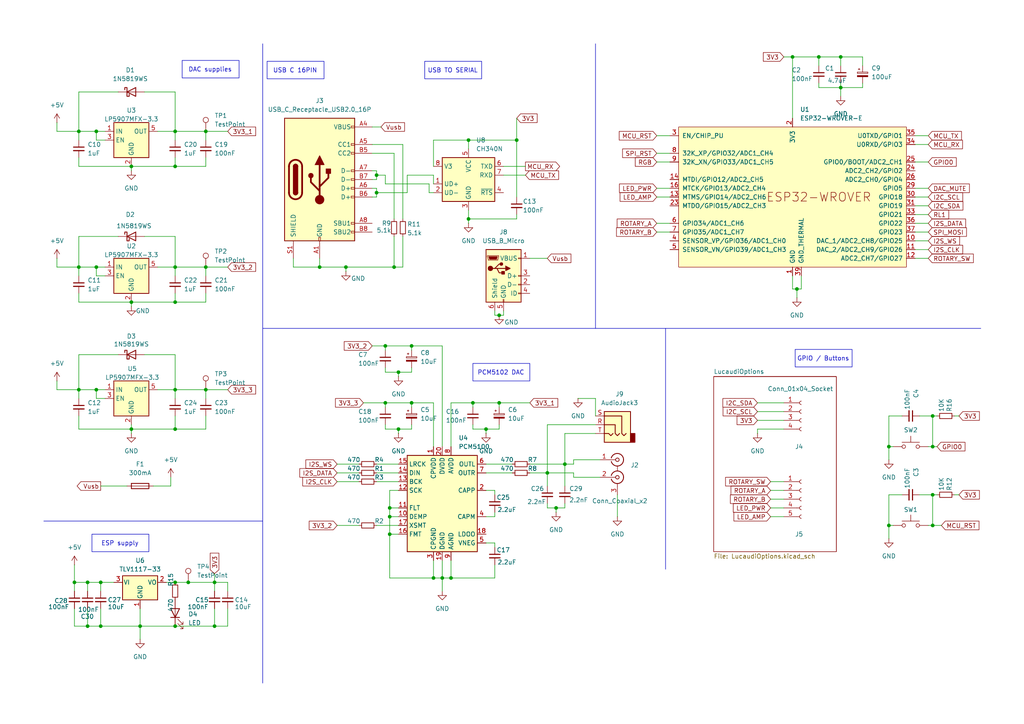
<source format=kicad_sch>
(kicad_sch (version 20231120) (generator "eeschema") (generator_version "8.0")
  (paper "A4")
  (title_block (title "LucaudioESP32") (date "2024-06-14") (rev "0.a") (comment 1 "Esp32 board running squeezelite for audio streaming"))
  (junction (at 62.23 168.91))
  (junction (at 50.8 181.61))
  (junction (at 38.1 48.26))
  (junction (at 111.76 116.84))
  (junction (at 59.69 38.1))
  (junction (at 128.27 167.64))
  (junction (at 130.81 167.64))
  (junction (at 50.8 48.26))
  (junction (at 113.03 149.86))
  (junction (at 100.33 77.47))
  (junction (at 54.61 168.91))
  (junction (at 109.22 55.88))
  (junction (at 144.78 91.44))
  (junction (at 22.86 113.03))
  (junction (at 229.87 16.51))
  (junction (at 25.4 168.91))
  (junction (at 50.8 124.46))
  (junction (at 270.51 120.65))
  (junction (at 21.59 168.91))
  (junction (at 50.8 77.47))
  (junction (at 158.75 137.16))
  (junction (at 137.16 116.84))
  (junction (at 50.8 113.03))
  (junction (at 270.51 129.54))
  (junction (at 27.94 113.03))
  (junction (at 38.1 124.46))
  (junction (at 119.38 116.84))
  (junction (at 243.84 16.51))
  (junction (at 59.69 77.47))
  (junction (at 62.23 181.61))
  (junction (at 111.76 100.33))
  (junction (at 161.29 147.32))
  (junction (at 59.69 113.03))
  (junction (at 115.57 107.95))
  (junction (at 40.64 181.61))
  (junction (at 29.21 181.61))
  (junction (at 125.73 167.64))
  (junction (at 149.86 40.64))
  (junction (at 243.84 25.4))
  (junction (at 119.38 100.33))
  (junction (at 257.81 152.4))
  (junction (at 109.22 50.8))
  (junction (at 270.51 152.4))
  (junction (at 92.71 77.47))
  (junction (at 27.94 77.47))
  (junction (at 113.03 147.32))
  (junction (at 257.81 129.54))
  (junction (at 50.8 87.63))
  (junction (at 270.51 143.51))
  (junction (at 115.57 124.46))
  (junction (at 113.03 154.94))
  (junction (at 22.86 77.47))
  (junction (at 114.3 77.47))
  (junction (at 22.86 38.1))
  (junction (at 50.8 38.1))
  (junction (at 38.1 87.63))
  (junction (at 27.94 38.1))
  (junction (at 50.8 168.91))
  (junction (at 144.78 116.84))
  (junction (at 135.89 63.5))
  (junction (at 163.83 134.62))
  (junction (at 237.49 16.51))
  (junction (at 29.21 168.91))
  (junction (at 25.4 181.61))
  (junction (at 135.89 40.64))
  (junction (at 231.14 83.82))
  (junction (at 140.97 124.46))
  (wire (pts (xy 29.21 181.61) (xy 25.4 181.61)))
  (wire (pts (xy 243.84 16.51) (xy 237.49 16.51)))
  (wire (pts (xy 265.43 54.61) (xy 269.24 54.61)))
  (wire (pts (xy 143.51 157.48) (xy 143.51 158.75)))
  (wire (pts (xy 144.78 123.19) (xy 144.78 124.46)))
  (wire (pts (xy 29.21 140.97) (xy 36.83 140.97)))
  (wire (pts (xy 237.49 19.05) (xy 237.49 16.51)))
  (wire (pts (xy 107.95 54.61) (xy 109.22 54.61)))
  (wire (pts (xy 50.8 68.58) (xy 50.8 77.47)))
  (wire (pts (xy 119.38 116.84) (xy 119.38 118.11)))
  (wire (pts (xy 34.29 26.67) (xy 22.86 26.67)))
  (wire (pts (xy 173.99 138.43) (xy 166.37 138.43)))
  (wire (pts (xy 66.04 168.91) (xy 66.04 171.45)))
  (wire (pts (xy 85.09 77.47) (xy 92.71 77.47)))
  (wire (pts (xy 190.5 44.45) (xy 194.31 44.45)))
  (wire (pts (xy 158.75 137.16) (xy 166.37 137.16)))
  (wire (pts (xy 109.22 137.16) (xy 115.57 137.16)))
  (wire (pts (xy 137.16 123.19) (xy 137.16 124.46)))
  (wire (pts (xy 30.48 40.64) (xy 27.94 40.64)))
  (wire (pts (xy 140.97 137.16) (xy 148.59 137.16)))
  (wire (pts (xy 265.43 39.37) (xy 269.24 39.37)))
  (wire (pts (xy 227.33 149.86) (xy 223.52 149.86)))
  (wire (pts (xy 111.76 53.34) (xy 124.46 53.34)))
  (wire (pts (xy 119.38 107.95) (xy 115.57 107.95)))
  (wire (pts (xy 27.94 80.01) (xy 27.94 77.47)))
  (wire (pts (xy 190.5 46.99) (xy 194.31 46.99)))
  (wire (pts (xy 38.1 124.46) (xy 38.1 125.73)))
  (wire (pts (xy 149.86 63.5) (xy 135.89 63.5)))
  (wire (pts (xy 137.16 116.84) (xy 130.81 116.84)))
  (wire (pts (xy 153.67 134.62) (xy 163.83 134.62)))
  (wire (pts (xy 114.3 68.58) (xy 114.3 77.47)))
  (wire (pts (xy 50.8 26.67) (xy 50.8 38.1)))
  (polyline (pts (xy 172.72 12.7) (xy 172.72 95.25)))
  (wire (pts (xy 113.03 149.86) (xy 113.03 147.32)))
  (wire (pts (xy 29.21 168.91) (xy 25.4 168.91)))
  (wire (pts (xy 34.29 68.58) (xy 22.86 68.58)))
  (wire (pts (xy 59.69 120.65) (xy 59.69 124.46)))
  (wire (pts (xy 257.81 152.4) (xy 259.08 152.4)))
  (wire (pts (xy 237.49 24.13) (xy 237.49 25.4)))
  (wire (pts (xy 128.27 100.33) (xy 128.27 129.54)))
  (wire (pts (xy 59.69 115.57) (xy 59.69 113.03)))
  (wire (pts (xy 153.67 116.84) (xy 144.78 116.84)))
  (wire (pts (xy 22.86 48.26) (xy 38.1 48.26)))
  (wire (pts (xy 41.91 26.67) (xy 50.8 26.67)))
  (wire (pts (xy 66.04 176.53) (xy 66.04 181.61)))
  (wire (pts (xy 40.64 181.61) (xy 50.8 181.61)))
  (wire (pts (xy 59.69 45.72) (xy 59.69 48.26)))
  (wire (pts (xy 135.89 60.96) (xy 135.89 63.5)))
  (wire (pts (xy 219.71 124.46) (xy 227.33 124.46)))
  (wire (pts (xy 144.78 116.84) (xy 137.16 116.84)))
  (wire (pts (xy 22.86 45.72) (xy 22.86 48.26)))
  (wire (pts (xy 229.87 16.51) (xy 229.87 34.29)))
  (wire (pts (xy 243.84 24.13) (xy 243.84 25.4)))
  (wire (pts (xy 143.51 163.83) (xy 143.51 167.64)))
  (wire (pts (xy 50.8 48.26) (xy 50.8 45.72)))
  (wire (pts (xy 97.79 139.7) (xy 104.14 139.7)))
  (wire (pts (xy 54.61 168.91) (xy 62.23 168.91)))
  (wire (pts (xy 172.72 125.73) (xy 163.83 125.73)))
  (wire (pts (xy 59.69 40.64) (xy 59.69 38.1)))
  (wire (pts (xy 237.49 25.4) (xy 243.84 25.4)))
  (wire (pts (xy 232.41 80.01) (xy 232.41 83.82)))
  (wire (pts (xy 143.51 148.59) (xy 143.51 149.86)))
  (wire (pts (xy 111.76 116.84) (xy 111.76 118.11)))
  (wire (pts (xy 130.81 116.84) (xy 130.81 129.54)))
  (wire (pts (xy 115.57 125.73) (xy 115.57 124.46)))
  (wire (pts (xy 143.51 142.24) (xy 140.97 142.24)))
  (wire (pts (xy 59.69 38.1) (xy 66.04 38.1)))
  (wire (pts (xy 109.22 55.88) (xy 109.22 57.15)))
  (wire (pts (xy 144.78 91.44) (xy 143.51 91.44)))
  (wire (pts (xy 231.14 83.82) (xy 231.14 86.36)))
  (wire (pts (xy 250.19 19.05) (xy 250.19 16.51)))
  (wire (pts (xy 44.45 140.97) (xy 49.53 140.97)))
  (wire (pts (xy 113.03 154.94) (xy 113.03 149.86)))
  (wire (pts (xy 29.21 168.91) (xy 29.21 171.45)))
  (wire (pts (xy 143.51 167.64) (xy 130.81 167.64)))
  (wire (pts (xy 119.38 106.68) (xy 119.38 107.95)))
  (wire (pts (xy 265.43 41.91) (xy 269.24 41.91)))
  (wire (pts (xy 265.43 57.15) (xy 269.24 57.15)))
  (wire (pts (xy 109.22 55.88) (xy 118.11 55.88)))
  (polyline (pts (xy 76.2 151.13) (xy 76.2 198.12)))
  (wire (pts (xy 125.73 167.64) (xy 128.27 167.64)))
  (wire (pts (xy 59.69 77.47) (xy 59.69 80.01)))
  (wire (pts (xy 219.71 124.46) (xy 219.71 125.73)))
  (wire (pts (xy 229.87 83.82) (xy 231.14 83.82)))
  (wire (pts (xy 30.48 80.01) (xy 27.94 80.01)))
  (wire (pts (xy 111.76 100.33) (xy 111.76 101.6)))
  (wire (pts (xy 21.59 181.61) (xy 25.4 181.61)))
  (wire (pts (xy 97.79 134.62) (xy 104.14 134.62)))
  (wire (pts (xy 41.91 68.58) (xy 50.8 68.58)))
  (wire (pts (xy 111.76 107.95) (xy 115.57 107.95)))
  (wire (pts (xy 114.3 44.45) (xy 107.95 44.45)))
  (wire (pts (xy 161.29 147.32) (xy 158.75 147.32)))
  (wire (pts (xy 257.81 120.65) (xy 257.81 129.54)))
  (wire (pts (xy 22.86 113.03) (xy 22.86 115.57)))
  (wire (pts (xy 22.86 38.1) (xy 22.86 40.64)))
  (wire (pts (xy 109.22 50.8) (xy 109.22 52.07)))
  (wire (pts (xy 135.89 63.5) (xy 135.89 64.77)))
  (wire (pts (xy 167.64 115.57) (xy 172.72 115.57)))
  (wire (pts (xy 111.76 100.33) (xy 119.38 100.33)))
  (wire (pts (xy 137.16 116.84) (xy 137.16 118.11)))
  (wire (pts (xy 166.37 138.43) (xy 166.37 137.16)))
  (wire (pts (xy 125.73 48.26) (xy 125.73 40.64)))
  (wire (pts (xy 50.8 40.64) (xy 50.8 38.1)))
  (wire (pts (xy 92.71 77.47) (xy 92.71 74.93)))
  (wire (pts (xy 172.72 115.57) (xy 172.72 120.65)))
  (wire (pts (xy 116.84 41.91) (xy 107.95 41.91)))
  (wire (pts (xy 227.33 116.84) (xy 219.71 116.84)))
  (wire (pts (xy 22.86 77.47) (xy 27.94 77.47)))
  (wire (pts (xy 161.29 148.59) (xy 161.29 147.32)))
  (wire (pts (xy 85.09 74.93) (xy 85.09 77.47)))
  (wire (pts (xy 116.84 63.5) (xy 116.84 41.91)))
  (wire (pts (xy 100.33 77.47) (xy 92.71 77.47)))
  (wire (pts (xy 50.8 87.63) (xy 38.1 87.63)))
  (wire (pts (xy 190.5 57.15) (xy 194.31 57.15)))
  (wire (pts (xy 163.83 134.62) (xy 163.83 140.97)))
  (wire (pts (xy 265.43 69.85) (xy 269.24 69.85)))
  (wire (pts (xy 109.22 52.07) (xy 107.95 52.07)))
  (wire (pts (xy 124.46 55.88) (xy 125.73 55.88)))
  (wire (pts (xy 227.33 147.32) (xy 223.52 147.32)))
  (wire (pts (xy 158.75 137.16) (xy 158.75 140.97)))
  (wire (pts (xy 49.53 138.43) (xy 49.53 140.97)))
  (wire (pts (xy 25.4 168.91) (xy 21.59 168.91)))
  (wire (pts (xy 276.86 143.51) (xy 278.13 143.51)))
  (wire (pts (xy 232.41 83.82) (xy 231.14 83.82)))
  (polyline (pts (xy 76.2 95.25) (xy 284.48 95.25)))
  (wire (pts (xy 190.5 54.61) (xy 194.31 54.61)))
  (wire (pts (xy 265.43 59.69) (xy 269.24 59.69)))
  (wire (pts (xy 270.51 120.65) (xy 270.51 129.54)))
  (wire (pts (xy 21.59 168.91) (xy 21.59 163.83)))
  (wire (pts (xy 163.83 147.32) (xy 161.29 147.32)))
  (wire (pts (xy 16.51 35.56) (xy 16.51 38.1)))
  (wire (pts (xy 109.22 134.62) (xy 115.57 134.62)))
  (wire (pts (xy 128.27 162.56) (xy 128.27 167.64)))
  (wire (pts (xy 45.72 38.1) (xy 50.8 38.1)))
  (wire (pts (xy 190.5 67.31) (xy 194.31 67.31)))
  (wire (pts (xy 22.86 87.63) (xy 38.1 87.63)))
  (wire (pts (xy 130.81 162.56) (xy 130.81 167.64)))
  (polyline (pts (xy 76.2 12.7) (xy 76.2 151.13)))
  (wire (pts (xy 50.8 77.47) (xy 59.69 77.47)))
  (wire (pts (xy 59.69 85.09) (xy 59.69 87.63)))
  (wire (pts (xy 111.76 124.46) (xy 111.76 123.19)))
  (wire (pts (xy 116.84 68.58) (xy 116.84 77.47)))
  (wire (pts (xy 109.22 49.53) (xy 109.22 50.8)))
  (wire (pts (xy 250.19 25.4) (xy 250.19 24.13)))
  (wire (pts (xy 34.29 102.87) (xy 22.86 102.87)))
  (wire (pts (xy 59.69 113.03) (xy 50.8 113.03)))
  (wire (pts (xy 119.38 116.84) (xy 125.73 116.84)))
  (wire (pts (xy 111.76 50.8) (xy 111.76 53.34)))
  (wire (pts (xy 270.51 152.4) (xy 273.05 152.4)))
  (wire (pts (xy 140.97 134.62) (xy 148.59 134.62)))
  (wire (pts (xy 113.03 142.24) (xy 113.03 147.32)))
  (wire (pts (xy 38.1 48.26) (xy 50.8 48.26)))
  (wire (pts (xy 250.19 16.51) (xy 243.84 16.51)))
  (wire (pts (xy 243.84 25.4) (xy 250.19 25.4)))
  (wire (pts (xy 261.62 120.65) (xy 257.81 120.65)))
  (wire (pts (xy 16.51 77.47) (xy 22.86 77.47)))
  (wire (pts (xy 109.22 139.7) (xy 115.57 139.7)))
  (wire (pts (xy 59.69 124.46) (xy 50.8 124.46)))
  (wire (pts (xy 270.51 143.51) (xy 271.78 143.51)))
  (wire (pts (xy 143.51 91.44) (xy 143.51 90.17)))
  (wire (pts (xy 22.86 85.09) (xy 22.86 87.63)))
  (wire (pts (xy 265.43 72.39) (xy 269.24 72.39)))
  (wire (pts (xy 22.86 38.1) (xy 27.94 38.1)))
  (wire (pts (xy 143.51 143.51) (xy 143.51 142.24)))
  (wire (pts (xy 144.78 116.84) (xy 144.78 118.11)))
  (wire (pts (xy 223.52 139.7) (xy 227.33 139.7)))
  (wire (pts (xy 115.57 142.24) (xy 113.03 142.24)))
  (wire (pts (xy 125.73 116.84) (xy 125.73 129.54)))
  (wire (pts (xy 270.51 143.51) (xy 270.51 152.4)))
  (wire (pts (xy 113.03 147.32) (xy 115.57 147.32)))
  (wire (pts (xy 50.8 38.1) (xy 59.69 38.1)))
  (polyline (pts (xy 193.04 95.25) (xy 193.04 165.1)))
  (wire (pts (xy 41.91 102.87) (xy 50.8 102.87)))
  (wire (pts (xy 107.95 49.53) (xy 109.22 49.53)))
  (wire (pts (xy 158.75 147.32) (xy 158.75 146.05)))
  (wire (pts (xy 163.83 146.05) (xy 163.83 147.32)))
  (wire (pts (xy 109.22 54.61) (xy 109.22 55.88)))
  (wire (pts (xy 113.03 167.64) (xy 125.73 167.64)))
  (wire (pts (xy 22.86 26.67) (xy 22.86 38.1)))
  (wire (pts (xy 38.1 48.26) (xy 38.1 49.53)))
  (wire (pts (xy 109.22 50.8) (xy 111.76 50.8)))
  (wire (pts (xy 109.22 152.4) (xy 115.57 152.4)))
  (wire (pts (xy 158.75 74.93) (xy 153.67 74.93)))
  (wire (pts (xy 22.86 120.65) (xy 22.86 124.46)))
  (wire (pts (xy 62.23 168.91) (xy 62.23 171.45)))
  (wire (pts (xy 50.8 124.46) (xy 38.1 124.46)))
  (wire (pts (xy 48.26 168.91) (xy 50.8 168.91)))
  (wire (pts (xy 59.69 77.47) (xy 66.04 77.47)))
  (wire (pts (xy 45.72 113.03) (xy 50.8 113.03)))
  (wire (pts (xy 116.84 77.47) (xy 114.3 77.47)))
  (wire (pts (xy 257.81 129.54) (xy 259.08 129.54)))
  (wire (pts (xy 149.86 34.29) (xy 149.86 40.64)))
  (wire (pts (xy 257.81 156.21) (xy 257.81 152.4)))
  (wire (pts (xy 140.97 157.48) (xy 143.51 157.48)))
  (wire (pts (xy 125.73 40.64) (xy 135.89 40.64)))
  (wire (pts (xy 229.87 80.01) (xy 229.87 83.82)))
  (wire (pts (xy 130.81 167.64) (xy 128.27 167.64)))
  (wire (pts (xy 38.1 87.63) (xy 38.1 88.9)))
  (wire (pts (xy 140.97 124.46) (xy 140.97 125.73)))
  (wire (pts (xy 107.95 36.83) (xy 110.49 36.83)))
  (wire (pts (xy 16.51 38.1) (xy 22.86 38.1)))
  (wire (pts (xy 25.4 168.91) (xy 25.4 171.45)))
  (wire (pts (xy 243.84 19.05) (xy 243.84 16.51)))
  (wire (pts (xy 146.05 91.44) (xy 144.78 91.44)))
  (wire (pts (xy 50.8 181.61) (xy 62.23 181.61)))
  (wire (pts (xy 227.33 119.38) (xy 219.71 119.38)))
  (wire (pts (xy 265.43 62.23) (xy 269.24 62.23)))
  (wire (pts (xy 50.8 168.91) (xy 54.61 168.91)))
  (polyline (pts (xy 12.7 151.13) (xy 76.2 151.13)))
  (wire (pts (xy 16.51 74.93) (xy 16.51 77.47)))
  (wire (pts (xy 111.76 106.68) (xy 111.76 107.95)))
  (wire (pts (xy 276.86 120.65) (xy 278.13 120.65)))
  (wire (pts (xy 33.02 168.91) (xy 29.21 168.91)))
  (wire (pts (xy 40.64 176.53) (xy 40.64 181.61)))
  (wire (pts (xy 50.8 85.09) (xy 50.8 87.63)))
  (wire (pts (xy 97.79 152.4) (xy 104.14 152.4)))
  (wire (pts (xy 27.94 38.1) (xy 30.48 38.1)))
  (wire (pts (xy 27.94 113.03) (xy 30.48 113.03)))
  (wire (pts (xy 261.62 143.51) (xy 257.81 143.51)))
  (wire (pts (xy 59.69 87.63) (xy 50.8 87.63)))
  (wire (pts (xy 227.33 16.51) (xy 229.87 16.51)))
  (wire (pts (xy 111.76 116.84) (xy 119.38 116.84)))
  (wire (pts (xy 128.27 167.64) (xy 128.27 171.45)))
  (wire (pts (xy 269.24 46.99) (xy 265.43 46.99)))
  (wire (pts (xy 237.49 16.51) (xy 229.87 16.51)))
  (wire (pts (xy 166.37 134.62) (xy 166.37 133.35)))
  (wire (pts (xy 59.69 113.03) (xy 66.04 113.03)))
  (wire (pts (xy 115.57 154.94) (xy 113.03 154.94)))
  (wire (pts (xy 114.3 63.5) (xy 114.3 44.45)))
  (wire (pts (xy 149.86 40.64) (xy 135.89 40.64)))
  (wire (pts (xy 143.51 149.86) (xy 140.97 149.86)))
  (wire (pts (xy 265.43 67.31) (xy 269.24 67.31)))
  (wire (pts (xy 16.51 113.03) (xy 22.86 113.03)))
  (wire (pts (xy 146.05 50.8) (xy 152.4 50.8)))
  (wire (pts (xy 66.04 168.91) (xy 62.23 168.91)))
  (wire (pts (xy 22.86 68.58) (xy 22.86 77.47)))
  (wire (pts (xy 172.72 123.19) (xy 158.75 123.19)))
  (wire (pts (xy 50.8 113.03) (xy 50.8 115.57)))
  (wire (pts (xy 50.8 120.65) (xy 50.8 124.46)))
  (wire (pts (xy 30.48 115.57) (xy 27.94 115.57)))
  (wire (pts (xy 270.51 152.4) (xy 269.24 152.4)))
  (wire (pts (xy 149.86 62.23) (xy 149.86 63.5)))
  (wire (pts (xy 146.05 48.26) (xy 152.4 48.26)))
  (wire (pts (xy 227.33 121.92) (xy 219.71 121.92)))
  (wire (pts (xy 27.94 115.57) (xy 27.94 113.03)))
  (wire (pts (xy 144.78 124.46) (xy 140.97 124.46)))
  (wire (pts (xy 62.23 168.91) (xy 62.23 166.37)))
  (wire (pts (xy 125.73 50.8) (xy 125.73 53.34)))
  (wire (pts (xy 66.04 181.61) (xy 62.23 181.61)))
  (wire (pts (xy 118.11 55.88) (xy 118.11 50.8)))
  (wire (pts (xy 40.64 181.61) (xy 40.64 185.42)))
  (wire (pts (xy 149.86 57.15) (xy 149.86 40.64)))
  (wire (pts (xy 119.38 100.33) (xy 119.38 101.6)))
  (wire (pts (xy 100.33 77.47) (xy 100.33 78.74)))
  (wire (pts (xy 265.43 74.93) (xy 269.24 74.93)))
  (wire (pts (xy 190.5 39.37) (xy 194.31 39.37)))
  (wire (pts (xy 45.72 77.47) (xy 50.8 77.47)))
  (wire (pts (xy 190.5 64.77) (xy 194.31 64.77)))
  (wire (pts (xy 38.1 124.46) (xy 38.1 123.19)))
  (wire (pts (xy 50.8 102.87) (xy 50.8 113.03)))
  (wire (pts (xy 29.21 176.53) (xy 29.21 181.61)))
  (wire (pts (xy 114.3 77.47) (xy 100.33 77.47)))
  (wire (pts (xy 25.4 181.61) (xy 25.4 176.53)))
  (wire (pts (xy 109.22 57.15) (xy 107.95 57.15)))
  (wire (pts (xy 270.51 120.65) (xy 271.78 120.65)))
  (wire (pts (xy 243.84 25.4) (xy 243.84 27.94)))
  (wire (pts (xy 113.03 154.94) (xy 113.03 167.64)))
  (wire (pts (xy 22.86 80.01) (xy 22.86 77.47)))
  (wire (pts (xy 115.57 149.86) (xy 113.03 149.86)))
  (wire (pts (xy 223.52 142.24) (xy 227.33 142.24)))
  (wire (pts (xy 163.83 134.62) (xy 166.37 134.62)))
  (wire (pts (xy 179.07 143.51) (xy 179.07 149.86)))
  (wire (pts (xy 22.86 113.03) (xy 27.94 113.03)))
  (wire (pts (xy 270.51 129.54) (xy 271.78 129.54)))
  (wire (pts (xy 115.57 107.95) (xy 115.57 109.22)))
  (wire (pts (xy 119.38 100.33) (xy 128.27 100.33)))
  (wire (pts (xy 137.16 124.46) (xy 140.97 124.46)))
  (wire (pts (xy 59.69 48.26) (xy 50.8 48.26)))
  (wire (pts (xy 153.67 137.16) (xy 158.75 137.16)))
  (wire (pts (xy 107.95 100.33) (xy 111.76 100.33)))
  (wire (pts (xy 50.8 77.47) (xy 50.8 80.01)))
  (wire (pts (xy 21.59 168.91) (xy 21.59 171.45)))
  (wire (pts (xy 223.52 144.78) (xy 227.33 144.78)))
  (wire (pts (xy 16.51 110.49) (xy 16.51 113.03)))
  (wire (pts (xy 21.59 176.53) (xy 21.59 181.61)))
  (wire (pts (xy 266.7 143.51) (xy 270.51 143.51)))
  (wire (pts (xy 163.83 125.73) (xy 163.83 134.62)))
  (wire (pts (xy 125.73 162.56) (xy 125.73 167.64)))
  (wire (pts (xy 29.21 181.61) (xy 40.64 181.61)))
  (wire (pts (xy 62.23 176.53) (xy 62.23 181.61)))
  (wire (pts (xy 158.75 123.19) (xy 158.75 137.16)))
  (wire (pts (xy 27.94 40.64) (xy 27.94 38.1)))
  (wire (pts (xy 266.7 120.65) (xy 270.51 120.65)))
  (wire (pts (xy 105.41 116.84) (xy 111.76 116.84)))
  (wire (pts (xy 146.05 90.17) (xy 146.05 91.44)))
  (wire (pts (xy 135.89 40.64) (xy 135.89 43.18)))
  (wire (pts (xy 119.38 123.19) (xy 119.38 124.46)))
  (wire (pts (xy 115.57 124.46) (xy 111.76 124.46)))
  (wire (pts (xy 22.86 124.46) (xy 38.1 124.46)))
  (wire (pts (xy 257.81 143.51) (xy 257.81 152.4)))
  (wire (pts (xy 166.37 133.35) (xy 173.99 133.35)))
  (wire (pts (xy 27.94 77.47) (xy 30.48 77.47)))
  (wire (pts (xy 119.38 124.46) (xy 115.57 124.46)))
  (wire (pts (xy 124.46 53.34) (xy 124.46 55.88)))
  (wire (pts (xy 97.79 137.16) (xy 104.14 137.16)))
  (wire (pts (xy 118.11 50.8) (xy 125.73 50.8)))
  (wire (pts (xy 265.43 64.77) (xy 269.24 64.77)))
  (wire (pts (xy 257.81 129.54) (xy 257.81 133.35)))
  (wire (pts (xy 270.51 129.54) (xy 269.24 129.54)))
  (wire (pts (xy 22.86 102.87) (xy 22.86 113.03)))
  (rectangle (start 26.67 154.94) (end 43.18 160.02))
  (rectangle (start 52.832 17.526) (end 69.342 22.606))
  (rectangle (start 137.16 105.41) (end 153.67 110.49))
  (rectangle (start 123.19 17.78) (end 139.7 22.86))
  (rectangle (start 230.632 101.346) (end 247.142 106.426))
  (rectangle (start 77.47 17.78) (end 93.98 22.86))
  (text "PCM5102 DAC" (at 145.288 108.204 0) (effects (font (size 1.27 1.27))))
  (text "USB C 16PIN" (at 85.598 20.574 0) (effects (font (size 1.27 1.27))))
  (text "DAC supplies" (at 60.96 20.32 0) (effects (font (size 1.27 1.27))))
  (text "GPIO / Buttons" (at 238.76 104.14 0) (effects (font (size 1.27 1.27))))
  (text "ESP supply" (at 34.798 157.734 0) (effects (font (size 1.27 1.27))))
  (text "USB TO SERIAL" (at 131.318 20.574 0) (effects (font (size 1.27 1.27))))
  (global_label "I2C_SCL" (shape input) (at 219.71 119.38 180) (property "Intersheetrefs" "${INTERSHEET_REFS}" (effects (hide yes))))
  (global_label "I2S_WS" (shape input) (at 97.79 134.62 180) (property "Intersheetrefs" "${INTERSHEET_REFS}" (effects (hide yes))))
  (global_label "3V3" (shape input) (at 149.86 34.29 0) (property "Intersheetrefs" "${INTERSHEET_REFS}" (effects (hide yes))))
  (global_label "SPI_MOSI" (shape input) (at 269.24 67.31 0) (property "Intersheetrefs" "${INTERSHEET_REFS}" (effects (hide yes))))
  (global_label "Vusb" (shape input) (at 158.75 74.93 0) (property "Intersheetrefs" "${INTERSHEET_REFS}" (effects (hide yes))))
  (global_label "3V3" (shape input) (at 278.13 143.51 0) (property "Intersheetrefs" "${INTERSHEET_REFS}" (effects (hide yes))))
  (global_label "RL1" (shape input) (at 269.24 62.23 0) (property "Intersheetrefs" "${INTERSHEET_REFS}" (effects (hide yes))))
  (global_label "MCU_RX" (shape input) (at 269.24 41.91 0) (property "Intersheetrefs" "${INTERSHEET_REFS}" (effects (hide yes))))
  (global_label "LED_AMP" (shape input) (at 223.52 149.86 180) (property "Intersheetrefs" "${INTERSHEET_REFS}" (effects (hide yes))))
  (global_label "MCU_TX" (shape input) (at 269.24 39.37 0) (property "Intersheetrefs" "${INTERSHEET_REFS}" (effects (hide yes))))
  (global_label "3V3_1" (shape input) (at 66.04 38.1 0) (property "Intersheetrefs" "${INTERSHEET_REFS}" (effects (hide yes))))
  (global_label "3V3" (shape input) (at 227.33 16.51 180) (property "Intersheetrefs" "${INTERSHEET_REFS}" (effects (hide yes))))
  (global_label "MCU_RST" (shape input) (at 190.5 39.37 180) (property "Intersheetrefs" "${INTERSHEET_REFS}" (effects (hide yes))))
  (global_label "ROTARY_A" (shape input) (at 190.5 64.77 180) (property "Intersheetrefs" "${INTERSHEET_REFS}" (effects (hide yes))))
  (global_label "Vusb" (shape output) (at 29.21 140.97 180) (property "Intersheetrefs" "${INTERSHEET_REFS}" (effects (hide yes))))
  (global_label "I2C_SDA" (shape input) (at 269.24 59.69 0) (property "Intersheetrefs" "${INTERSHEET_REFS}" (effects (hide yes))))
  (global_label "3V3_1" (shape input) (at 153.67 116.84 0) (property "Intersheetrefs" "${INTERSHEET_REFS}" (effects (hide yes))))
  (global_label "3V3" (shape input) (at 278.13 120.65 0) (property "Intersheetrefs" "${INTERSHEET_REFS}" (effects (hide yes))))
  (global_label "3V3" (shape input) (at 219.71 121.92 180) (property "Intersheetrefs" "${INTERSHEET_REFS}" (effects (hide yes))))
  (global_label "ROTARY_SW" (shape input) (at 269.24 74.93 0) (property "Intersheetrefs" "${INTERSHEET_REFS}" (effects (hide yes))))
  (global_label "MCU_RST" (shape input) (at 273.05 152.4 0) (property "Intersheetrefs" "${INTERSHEET_REFS}" (effects (hide yes))))
  (global_label "3V3" (shape input) (at 62.23 166.37 90) (property "Intersheetrefs" "${INTERSHEET_REFS}" (effects (hide yes))))
  (global_label "I2C_SCL" (shape input) (at 269.24 57.15 0) (property "Intersheetrefs" "${INTERSHEET_REFS}" (effects (hide yes))))
  (global_label "I2S_DATA" (shape input) (at 269.24 64.77 0) (property "Intersheetrefs" "${INTERSHEET_REFS}" (effects (hide yes))))
  (global_label "GPIO0" (shape input) (at 271.78 129.54 0) (property "Intersheetrefs" "${INTERSHEET_REFS}" (effects (hide yes))))
  (global_label "I2S_CLK" (shape input) (at 269.24 72.39 0) (property "Intersheetrefs" "${INTERSHEET_REFS}" (effects (hide yes))))
  (global_label "MCU_RX" (shape output) (at 152.4 48.26 0) (property "Intersheetrefs" "${INTERSHEET_REFS}" (effects (hide yes))))
  (global_label "Vusb" (shape input) (at 110.49 36.83 0) (property "Intersheetrefs" "${INTERSHEET_REFS}" (effects (hide yes))))
  (global_label "I2S_CLK" (shape input) (at 97.79 139.7 180) (property "Intersheetrefs" "${INTERSHEET_REFS}" (effects (hide yes))))
  (global_label "LED_AMP" (shape input) (at 190.5 57.15 180) (property "Intersheetrefs" "${INTERSHEET_REFS}" (effects (hide yes))))
  (global_label "RGB" (shape input) (at 190.5 46.99 180) (property "Intersheetrefs" "${INTERSHEET_REFS}" (effects (hide yes))))
  (global_label "3V3_2" (shape input) (at 66.04 77.47 0) (property "Intersheetrefs" "${INTERSHEET_REFS}" (effects (hide yes))))
  (global_label "LED_PWR" (shape input) (at 223.52 147.32 180) (property "Intersheetrefs" "${INTERSHEET_REFS}" (effects (hide yes))))
  (global_label "LED_PWR" (shape input) (at 190.5 54.61 180) (property "Intersheetrefs" "${INTERSHEET_REFS}" (effects (hide yes))))
  (global_label "GPIO0" (shape input) (at 269.24 46.99 0) (property "Intersheetrefs" "${INTERSHEET_REFS}" (effects (hide yes))))
  (global_label "3V3_2" (shape input) (at 97.79 152.4 180) (property "Intersheetrefs" "${INTERSHEET_REFS}" (effects (hide yes))))
  (global_label "I2S_WS" (shape input) (at 269.24 69.85 0) (property "Intersheetrefs" "${INTERSHEET_REFS}" (effects (hide yes))))
  (global_label "I2S_DATA" (shape input) (at 97.79 137.16 180) (property "Intersheetrefs" "${INTERSHEET_REFS}" (effects (hide yes))))
  (global_label "ROTARY_SW" (shape input) (at 223.52 139.7 180) (property "Intersheetrefs" "${INTERSHEET_REFS}" (effects (hide yes))))
  (global_label "3V3_3" (shape input) (at 66.04 113.03 0) (property "Intersheetrefs" "${INTERSHEET_REFS}" (effects (hide yes))))
  (global_label "I2C_SDA" (shape input) (at 219.71 116.84 180) (property "Intersheetrefs" "${INTERSHEET_REFS}" (effects (hide yes))))
  (global_label "ROTARY_B" (shape input) (at 223.52 144.78 180) (property "Intersheetrefs" "${INTERSHEET_REFS}" (effects (hide yes))))
  (global_label "DAC_MUTE" (shape input) (at 269.24 54.61 0) (property "Intersheetrefs" "${INTERSHEET_REFS}" (effects (hide yes))))
  (global_label "ROTARY_A" (shape input) (at 223.52 142.24 180) (property "Intersheetrefs" "${INTERSHEET_REFS}" (effects (hide yes))))
  (global_label "ROTARY_B" (shape input) (at 190.5 67.31 180) (property "Intersheetrefs" "${INTERSHEET_REFS}" (effects (hide yes))))
  (global_label "MCU_TX" (shape input) (at 152.4 50.8 0) (property "Intersheetrefs" "${INTERSHEET_REFS}" (effects (hide yes))))
  (global_label "3V3_2" (shape input) (at 107.95 100.33 180) (property "Intersheetrefs" "${INTERSHEET_REFS}" (effects (hide yes))))
  (global_label "SPI_RST" (shape input) (at 190.5 44.45 180) (property "Intersheetrefs" "${INTERSHEET_REFS}" (effects (hide yes))))
  (global_label "3V3_3" (shape input) (at 105.41 116.84 180) (property "Intersheetrefs" "${INTERSHEET_REFS}" (effects (hide yes))))
  (symbol (lib_id "Device:R_Small") (at 151.13 137.16 90) (unit 1)
    (property "Reference" "R8" (at 154.432 135.89 90))
    (property "Value" "470" (at 147.066 135.89 90))
    (property "Footprint" "Resistor_SMD:R_0805_2012Metric_Pad1.20x1.40mm_HandSolder" (effects (hide yes)))
    (property "Description" "Resistor, small symbol" (effects (hide yes)))
  )
  (symbol (lib_id "power:GND") (at 144.78 91.44 0) (unit 1)
    (property "Reference" "#PWR010" (effects (hide yes)))
    (property "Value" "GND" (at 148.336 93.472 0))
    (property "Description" "Power symbol creates a global label with name \"GND\" , ground" (effects (hide yes)))
  )
  (symbol (lib_id "Device:C_Small") (at 237.49 21.59 0) (unit 1)
    (property "Reference" "C2" (at 229.616 20.32 0) (effects (justify left)))
    (property "Value" "100nF" (at 229.616 22.86 0) (effects (justify left)))
    (property "Footprint" "Capacitor_SMD:C_0805_2012Metric_Pad1.18x1.45mm_HandSolder" (effects (hide yes)))
    (property "Description" "Unpolarized capacitor, small symbol" (effects (hide yes)))
  )
  (symbol (lib_id "Device:R_Small") (at 50.8 171.45 180) (unit 1)
    (property "Reference" "R15" (at 49.53 168.148 90))
    (property "Value" "470" (at 49.53 175.514 90))
    (property "Footprint" "Resistor_SMD:R_0805_2012Metric_Pad1.20x1.40mm_HandSolder" (effects (hide yes)))
    (property "Description" "Resistor, small symbol" (effects (hide yes)))
  )
  (symbol (lib_id "power:GND") (at 40.64 185.42 0) (unit 1)
    (property "Reference" "#PWR0121" (effects (hide yes)))
    (property "Value" "GND" (at 40.64 190.5 0))
    (property "Description" "Power symbol creates a global label with name \"GND\" , ground" (effects (hide yes)))
  )
  (symbol (lib_id "Device:C_Small") (at 163.83 143.51 0) (unit 1)
    (property "Reference" "C29" (at 165.1 141.732 0) (effects (justify left)))
    (property "Value" "2.2nF" (at 165.1 145.034 0) (effects (justify left)))
    (property "Footprint" "Capacitor_SMD:C_0805_2012Metric_Pad1.18x1.45mm_HandSolder" (effects (hide yes)))
    (property "Description" "Unpolarized capacitor, small symbol" (effects (hide yes)))
  )
  (symbol (lib_id "Regulator_Linear:LP5907MFX-3.3") (at 38.1 40.64 0) (unit 1)
    (property "Reference" "U3" (at 38.1 32.004 0))
    (property "Value" "LP5907MFX-3.3" (at 38.1 34.544 0))
    (property "Footprint" "Package_TO_SOT_SMD:SOT-23-5" (effects (hide yes)))
    (property "Datasheet" "http://www.ti.com/lit/ds/symlink/lp5907.pdf" (effects (hide yes)))
    (property "Description" "250-mA Ultra-Low-Noise Low-IQ LDO, 3.3V, SOT-23" (effects (hide yes)))
  )
  (symbol (lib_id "Diode:1N5819WS") (at 38.1 68.58 0) (unit 1)
    (property "Reference" "D2" (at 37.7825 62.23 0))
    (property "Value" "1N5819WS" (at 38.862 65.532 0))
    (property "Footprint" "Diode_SMD:D_SOD-323_HandSoldering" (effects (hide yes)))
    (property "Datasheet" "https://datasheet.lcsc.com/lcsc/2204281430_Guangdong-Hottech-1N5819WS_C191023.pdf" (effects (hide yes)))
    (property "Description" "40V 600mV@1A 1A SOD-323 Schottky Barrier Diodes, SOD-323" (effects (hide yes)))
  )
  (symbol (lib_id "Diode:1N5819WS") (at 38.1 102.87 0) (unit 1)
    (property "Reference" "D3" (at 38.1 97.536 0))
    (property "Value" "1N5819WS" (at 38.1 99.822 0))
    (property "Footprint" "Diode_SMD:D_SOD-323_HandSoldering" (effects (hide yes)))
    (property "Datasheet" "https://datasheet.lcsc.com/lcsc/2204281430_Guangdong-Hottech-1N5819WS_C191023.pdf" (effects (hide yes)))
    (property "Description" "40V 600mV@1A 1A SOD-323 Schottky Barrier Diodes, SOD-323" (effects (hide yes)))
  )
  (symbol (lib_id "Device:C_Small") (at 50.8 82.55 0) (unit 1)
    (property "Reference" "C22" (at 53.34 81.2862 0) (effects (justify left)))
    (property "Value" "1uF" (at 53.34 83.8262 0) (effects (justify left)))
    (property "Footprint" "Capacitor_SMD:C_0805_2012Metric" (effects (hide yes)))
    (property "Description" "Unpolarized capacitor, small symbol" (effects (hide yes)))
  )
  (symbol (lib_id "power:GND") (at 115.57 109.22 0) (unit 1)
    (property "Reference" "#PWR0104" (effects (hide yes)))
    (property "Value" "GND" (at 115.57 114.3 0))
    (property "Description" "Power symbol creates a global label with name \"GND\" , ground" (effects (hide yes)))
  )
  (symbol (lib_id "Espressif:ESP32-WROVER-E") (at 229.87 57.15 0) (unit 1)
    (property "Reference" "U1" (at 232.0641 31.75 0) (effects (justify left)))
    (property "Value" "ESP32-WROVER-E" (at 232.0641 34.29 0) (effects (justify left)))
    (property "Footprint" "Espressif:ESP32-WROVER-E" (effects (hide yes)))
    (property "Datasheet" "https://www.espressif.com/sites/default/files/documentation/esp32-wrover-e_esp32-wrover-ie_datasheet_en.pdf" (effects (hide yes)))
    (property "Description" "ESP32-WROVER-E and ESP32-WROVER-IE are two powerful, generic WiFi-BT-BLE MCU modules that target a wide variety of applications, ranging from low-power sensor networks to the most demanding tasks, such as voice encoding, music streaming and MP3 decoding. ESP32-WROVER-E comes with a PCB antenna, and ESP32-WROVER-IE with an IPEX antenna. They both featurea 4 MB external SPI flash and an additional 8 MB SPI Pseudo static RAM (PSRAM)." (effects (hide yes)))
  )
  (symbol (lib_id "Connector:USB_C_Receptacle_USB2.0_16P") (at 92.71 52.07 0) (unit 1)
    (property "Reference" "J3" (at 92.71 29.21 0))
    (property "Value" "USB_C_Receptacle_USB2.0_16P" (at 92.71 31.75 0))
    (property "Footprint" "Connector_USB:USB_C_Receptacle_G-Switch_GT-USB-7010ASV" (effects (hide yes)))
    (property "Datasheet" "https://www.usb.org/sites/default/files/documents/usb_type-c.zip" (effects (hide yes)))
    (property "Description" "USB 2.0-only 16P Type-C Receptacle connector" (effects (hide yes)))
  )
  (symbol (lib_id "Device:C_Polarized_Small") (at 250.19 21.59 0) (unit 1)
    (property "Reference" "C9" (at 252.73 19.7738 0) (effects (justify left)))
    (property "Value" "100uF" (at 252.73 22.3138 0) (effects (justify left)))
    (property "Footprint" "Capacitor_SMD:CP_Elec_5x4.5" (effects (hide yes)))
    (property "Description" "Polarized capacitor, small symbol" (effects (hide yes)))
  )
  (symbol (lib_id "Device:C_Small") (at 158.75 143.51 0) (unit 1)
    (property "Reference" "C26" (at 153.924 141.732 0) (effects (justify left)))
    (property "Value" "2.2nF" (at 152.908 145.542 0) (effects (justify left)))
    (property "Footprint" "Capacitor_SMD:C_0805_2012Metric_Pad1.18x1.45mm_HandSolder" (effects (hide yes)))
    (property "Description" "Unpolarized capacitor, small symbol" (effects (hide yes)))
  )
  (symbol (lib_id "Device:C_Small") (at 22.86 118.11 0) (unit 1)
    (property "Reference" "C12" (at 25.4 116.8462 0) (effects (justify left)))
    (property "Value" "1uF" (at 25.4 119.3862 0) (effects (justify left)))
    (property "Footprint" "Capacitor_SMD:C_0805_2012Metric" (effects (hide yes)))
    (property "Description" "Unpolarized capacitor, small symbol" (effects (hide yes)))
  )
  (symbol (lib_id "power:GND") (at 161.29 148.59 0) (unit 1)
    (property "Reference" "#PWR0112" (effects (hide yes)))
    (property "Value" "GND" (at 161.29 153.67 0))
    (property "Description" "Power symbol creates a global label with name \"GND\" , ground" (effects (hide yes)))
  )
  (symbol (lib_id "power:GND") (at 140.97 125.73 0) (unit 1)
    (property "Reference" "#PWR0123" (effects (hide yes)))
    (property "Value" "GND" (at 140.97 130.81 0))
    (property "Description" "Power symbol creates a global label with name \"GND\" , ground" (effects (hide yes)))
  )
  (symbol (lib_id "Device:C_Small") (at 62.23 173.99 0) (unit 1)
    (property "Reference" "C15" (at 56.642 173.99 0) (effects (justify left)))
    (property "Value" "100nF" (at 54.356 176.022 0) (effects (justify left)))
    (property "Footprint" "Capacitor_SMD:C_0805_2012Metric" (effects (hide yes)))
    (property "Description" "Unpolarized capacitor, small symbol" (effects (hide yes)))
  )
  (symbol (lib_id "Switch:SW_Omron_B3FS") (at 264.16 152.4 0) (unit 1)
    (property "Reference" "SW1" (at 264.16 147.828 0))
    (property "Value" "SW_Omron_B3FS" (effects (hide yes)))
    (property "Footprint" "Button_Switch_SMD:SW_SPST_Omron_B3FS-100xP" (effects (hide yes)))
    (property "Datasheet" "https://omronfs.omron.com/en_US/ecb/products/pdf/en-b3fs.pdf" (effects (hide yes)))
    (property "Description" "Omron B3FS 6x6mm single pole normally-open tactile switch" (effects (hide yes)))
  )
  (symbol (lib_id "Device:C_Small") (at 66.04 173.99 0) (unit 1)
    (property "Reference" "C14" (at 68.072 173.99 0) (effects (justify left)))
    (property "Value" "10uF" (at 68.072 176.022 0) (effects (justify left)))
    (property "Footprint" "Capacitor_SMD:C_0805_2012Metric" (effects (hide yes)))
    (property "Description" "Unpolarized capacitor, small symbol" (effects (hide yes)))
  )
  (symbol (lib_id "power:GND") (at 219.71 125.73 0) (unit 1)
    (property "Reference" "#PWR01" (effects (hide yes)))
    (property "Value" "GND" (at 219.71 130.81 0))
    (property "Description" "Power symbol creates a global label with name \"GND\" , ground" (effects (hide yes)))
  )
  (symbol (lib_id "Device:R_Small") (at 274.32 143.51 270) (unit 1)
    (property "Reference" "R12" (at 275.336 138.43 0) (effects (justify left)))
    (property "Value" "10K" (at 273.05 138.43 0) (effects (justify left)))
    (property "Footprint" "Resistor_SMD:R_0805_2012Metric_Pad1.20x1.40mm_HandSolder" (effects (hide yes)))
    (property "Description" "Resistor, small symbol" (effects (hide yes)))
  )
  (symbol (lib_id "Device:C_Small") (at 143.51 161.29 0) (unit 1)
    (property "Reference" "C17" (at 144.018 159.512 0) (effects (justify left)))
    (property "Value" "2.2uF" (at 144.272 163.068 0) (effects (justify left)))
    (property "Footprint" "Capacitor_SMD:C_0805_2012Metric_Pad1.18x1.45mm_HandSolder" (effects (hide yes)))
    (property "Description" "Unpolarized capacitor, small symbol" (effects (hide yes)))
  )
  (symbol (lib_id "Connector:TestPoint") (at 54.61 168.91 0) (unit 1)
    (property "Reference" "TP4" (at 57.15 164.3379 0) (effects (justify left)))
    (property "Value" "TestPoint" (at 57.15 166.8779 0) (effects (justify left)))
    (property "Footprint" "TestPoint:TestPoint_Pad_1.0x1.0mm" (effects (hide yes)))
    (property "Description" "test point" (effects (hide yes)))
  )
  (symbol (lib_id "power:GND") (at 38.1 125.73 0) (unit 1)
    (property "Reference" "#PWR0118" (effects (hide yes)))
    (property "Value" "GND" (at 38.1 130.81 0))
    (property "Description" "Power symbol creates a global label with name \"GND\" , ground" (effects (hide yes)))
  )
  (symbol (lib_id "power:GND") (at 179.07 149.86 0) (unit 1)
    (property "Reference" "#PWR0113" (effects (hide yes)))
    (property "Value" "GND" (at 179.07 154.94 0))
    (property "Description" "Power symbol creates a global label with name \"GND\" , ground" (effects (hide yes)))
  )
  (symbol (lib_id "Connector:TestPoint") (at 59.69 77.47 0) (unit 1)
    (property "Reference" "TP2" (at 62.23 72.8979 0) (effects (justify left)))
    (property "Value" "TestPoint" (at 62.23 75.4379 0) (effects (justify left)))
    (property "Footprint" "TestPoint:TestPoint_Pad_1.0x1.0mm" (effects (hide yes)))
    (property "Description" "test point" (effects (hide yes)))
  )
  (symbol (lib_id "Regulator_Linear:TLV1117-33") (at 40.64 168.91 0) (unit 1)
    (property "Reference" "U6" (at 40.64 162.56 0))
    (property "Value" "TLV1117-33" (at 40.64 165.1 0))
    (property "Footprint" "Package_TO_SOT_SMD:SOT-223-3_TabPin2" (effects (hide yes)))
    (property "Datasheet" "http://www.ti.com/lit/ds/symlink/tlv1117.pdf" (effects (hide yes)))
    (property "Description" "800mA Low-Dropout Linear Regulator, 3.3V fixed output, TO-220/TO-252/TO-263/SOT-223" (effects (hide yes)))
  )
  (symbol (lib_id "Connector:TestPoint") (at 59.69 113.03 0) (unit 1)
    (property "Reference" "TP3" (at 62.23 108.4579 0) (effects (justify left)))
    (property "Value" "TestPoint" (at 62.23 110.9979 0) (effects (justify left)))
    (property "Footprint" "TestPoint:TestPoint_Pad_1.0x1.0mm" (effects (hide yes)))
    (property "Description" "test point" (effects (hide yes)))
  )
  (symbol (lib_id "Connector:USB_B_Micro") (at 146.05 80.01 0) (unit 1)
    (property "Reference" "J8" (at 146.05 67.31 0))
    (property "Value" "USB_B_Micro" (at 146.05 69.85 0))
    (property "Footprint" "Connector_USB:USB_Micro-B_Molex-105017-0001" (effects (hide yes)))
    (property "Description" "USB Micro Type B connector" (effects (hide yes)))
  )
  (symbol (lib_id "power:+5V") (at 49.53 138.43 0) (unit 1)
    (property "Reference" "#PWR02" (effects (hide yes)))
    (property "Value" "+5V" (at 49.53 133.35 0))
    (property "Description" "Power symbol creates a global label with name \"+5V\"" (effects (hide yes)))
  )
  (symbol (lib_id "power:GND") (at 38.1 49.53 0) (unit 1)
    (property "Reference" "#PWR0101" (effects (hide yes)))
    (property "Value" "GND" (at 38.1 54.61 0))
    (property "Description" "Power symbol creates a global label with name \"GND\" , ground" (effects (hide yes)))
  )
  (symbol (lib_id "Connector:TestPoint") (at 59.69 38.1 0) (unit 1)
    (property "Reference" "TP1" (at 62.23 33.5279 0) (effects (justify left)))
    (property "Value" "TestPoint" (at 62.23 36.0679 0) (effects (justify left)))
    (property "Footprint" "TestPoint:TestPoint_Pad_1.0x1.0mm" (effects (hide yes)))
    (property "Description" "test point" (effects (hide yes)))
  )
  (symbol (lib_id "Device:R_Small") (at 106.68 152.4 90) (unit 1)
    (property "Reference" "R2" (at 109.982 151.13 90))
    (property "Value" "470" (at 102.616 151.13 90))
    (property "Footprint" "Resistor_SMD:R_0805_2012Metric_Pad1.20x1.40mm_HandSolder" (effects (hide yes)))
    (property "Description" "Resistor, small symbol" (effects (hide yes)))
  )
  (symbol (lib_id "Device:C_Small") (at 21.59 173.99 0) (unit 1)
    (property "Reference" "C28" (at 15.748 174.244 0) (effects (justify left)))
    (property "Value" "100nF" (at 13.97 176.022 0) (effects (justify left)))
    (property "Footprint" "Capacitor_SMD:C_0805_2012Metric" (effects (hide yes)))
    (property "Description" "Unpolarized capacitor, small symbol" (effects (hide yes)))
  )
  (symbol (lib_id "Device:C_Small") (at 59.69 43.18 0) (unit 1)
    (property "Reference" "C19" (at 62.23 41.9162 0) (effects (justify left)))
    (property "Value" "100nF" (at 62.23 44.4562 0) (effects (justify left)))
    (property "Footprint" "Capacitor_SMD:C_0805_2012Metric" (effects (hide yes)))
    (property "Description" "Unpolarized capacitor, small symbol" (effects (hide yes)))
  )
  (symbol (lib_id "Device:C_Small") (at 143.51 146.05 0) (unit 1)
    (property "Reference" "C25" (at 144.018 144.272 0) (effects (justify left)))
    (property "Value" "2.2uF" (at 144.272 147.828 0) (effects (justify left)))
    (property "Footprint" "Capacitor_SMD:C_0805_2012Metric_Pad1.18x1.45mm_HandSolder" (effects (hide yes)))
    (property "Description" "Unpolarized capacitor, small symbol" (effects (hide yes)))
  )
  (symbol (lib_id "Device:C_Small") (at 22.86 82.55 0) (unit 1)
    (property "Reference" "C11" (at 25.4 81.2862 0) (effects (justify left)))
    (property "Value" "1uF" (at 25.4 83.8262 0) (effects (justify left)))
    (property "Footprint" "Capacitor_SMD:C_0805_2012Metric" (effects (hide yes)))
    (property "Description" "Unpolarized capacitor, small symbol" (effects (hide yes)))
  )
  (symbol (lib_id "Device:C_Small") (at 59.69 82.55 0) (unit 1)
    (property "Reference" "C21" (at 62.23 81.2862 0) (effects (justify left)))
    (property "Value" "100nF" (at 62.23 83.8262 0) (effects (justify left)))
    (property "Footprint" "Capacitor_SMD:C_0805_2012Metric" (effects (hide yes)))
    (property "Description" "Unpolarized capacitor, small symbol" (effects (hide yes)))
  )
  (symbol (lib_id "Connector:Conn_01x05_Socket") (at 232.41 144.78 0) (unit 1)
    (property "Reference" "J5" (at 231.775 154.94 0))
    (property "Value" "Conn_01x05_Socket" (effects (hide yes)))
    (property "Footprint" "Connector_PinSocket_2.54mm:PinSocket_1x05_P2.54mm_Vertical" (effects (hide yes)))
    (property "Description" "Generic connector, single row, 01x05, script generated" (effects (hide yes)))
  )
  (symbol (lib_id "Device:R_Small") (at 106.68 137.16 90) (unit 1)
    (property "Reference" "R1" (at 109.982 135.89 90))
    (property "Value" "470" (at 102.616 135.89 90))
    (property "Footprint" "Resistor_SMD:R_0805_2012Metric_Pad1.20x1.40mm_HandSolder" (effects (hide yes)))
    (property "Description" "Resistor, small symbol" (effects (hide yes)))
  )
  (symbol (lib_id "Connector_Audio:AudioJack3") (at 177.8 123.19 0) (mirror y) (unit 1)
    (property "Reference" "J9" (at 179.705 114.3 0))
    (property "Value" "AudioJack3" (at 179.705 116.84 0))
    (property "Footprint" "Connector_JST:JST_EH_B3B-EH-A_1x03_P2.50mm_Vertical" (effects (hide yes)))
    (property "Description" "Audio Jack, 3 Poles (Stereo / TRS)" (effects (hide yes)))
  )
  (symbol (lib_id "Device:C_Small") (at 22.86 43.18 0) (unit 1)
    (property "Reference" "C10" (at 25.4 41.9162 0) (effects (justify left)))
    (property "Value" "1uF" (at 25.4 44.4562 0) (effects (justify left)))
    (property "Footprint" "Capacitor_SMD:C_0805_2012Metric" (effects (hide yes)))
    (property "Description" "Unpolarized capacitor, small symbol" (effects (hide yes)))
  )
  (symbol (lib_id "power:GND") (at 100.33 78.74 0) (unit 1)
    (property "Reference" "#PWR0106" (effects (hide yes)))
    (property "Value" "GND" (at 103.886 80.772 0))
    (property "Description" "Power symbol creates a global label with name \"GND\" , ground" (effects (hide yes)))
  )
  (symbol (lib_id "Device:C_Small") (at 25.4 173.99 0) (unit 1)
    (property "Reference" "C30" (at 23.368 178.816 0) (effects (justify left)))
    (property "Value" "100nF" (at 22.606 176.784 0) (effects (justify left)))
    (property "Footprint" "Capacitor_SMD:C_0805_2012Metric" (effects (hide yes)))
    (property "Description" "Unpolarized capacitor, small symbol" (effects (hide yes)))
  )
  (symbol (lib_id "Device:C_Small") (at 264.16 143.51 270) (unit 1)
    (property "Reference" "C3" (at 265.684 135.636 0) (effects (justify left)))
    (property "Value" "100nF" (at 263.144 135.636 0) (effects (justify left)))
    (property "Footprint" "Capacitor_SMD:C_0805_2012Metric" (effects (hide yes)))
    (property "Description" "Unpolarized capacitor, small symbol" (effects (hide yes)))
  )
  (symbol (lib_id "Device:C_Polarized_Small") (at 119.38 104.14 0) (unit 1)
    (property "Reference" "C8" (at 121.92 102.3238 0) (effects (justify left)))
    (property "Value" "10uF" (at 121.92 104.8638 0) (effects (justify left)))
    (property "Footprint" "Capacitor_SMD:CP_Elec_5x4.5" (effects (hide yes)))
    (property "Description" "Polarized capacitor, small symbol" (effects (hide yes)))
  )
  (symbol (lib_id "power:GND") (at 257.81 133.35 0) (unit 1)
    (property "Reference" "#PWR0110" (effects (hide yes)))
    (property "Value" "GND" (at 257.81 138.43 0))
    (property "Description" "Power symbol creates a global label with name \"GND\" , ground" (effects (hide yes)))
  )
  (symbol (lib_id "Connector:Conn_01x04_Socket") (at 232.41 119.38 0) (unit 1)
    (property "Reference" "J4" (at 231.775 129.54 0))
    (property "Value" "Conn_01x04_Socket" (at 232.156 112.776 0))
    (property "Footprint" "Connector_PinSocket_2.54mm:PinSocket_1x04_P2.54mm_Vertical" (effects (hide yes)))
    (property "Description" "Generic connector, single row, 01x04, script generated" (effects (hide yes)))
  )
  (symbol (lib_id "power:+5V") (at 16.51 74.93 0) (unit 1)
    (property "Reference" "#PWR0108" (effects (hide yes)))
    (property "Value" "+5V" (at 16.51 69.85 0))
    (property "Description" "Power symbol creates a global label with name \"+5V\"" (effects (hide yes)))
  )
  (symbol (lib_id "Switch:SW_Omron_B3FS") (at 264.16 129.54 0) (unit 1)
    (property "Reference" "SW2" (at 264.16 124.714 0))
    (property "Value" "SW_Omron_B3FS" (effects (hide yes)))
    (property "Footprint" "Button_Switch_SMD:SW_SPST_Omron_B3FS-100xP" (effects (hide yes)))
    (property "Datasheet" "https://omronfs.omron.com/en_US/ecb/products/pdf/en-b3fs.pdf" (effects (hide yes)))
    (property "Description" "Omron B3FS 6x6mm single pole normally-open tactile switch" (effects (hide yes)))
  )
  (symbol (lib_id "power:+5V") (at 21.59 163.83 0) (unit 1)
    (property "Reference" "#PWR0120" (effects (hide yes)))
    (property "Value" "+5V" (at 21.59 158.75 0))
    (property "Description" "Power symbol creates a global label with name \"+5V\"" (effects (hide yes)))
  )
  (symbol (lib_id "power:GND") (at 128.27 171.45 0) (unit 1)
    (property "Reference" "#PWR0119" (effects (hide yes)))
    (property "Value" "GND" (at 128.27 176.53 0))
    (property "Description" "Power symbol creates a global label with name \"GND\" , ground" (effects (hide yes)))
  )
  (symbol (lib_id "Diode:1N5819WS") (at 38.1 26.67 0) (unit 1)
    (property "Reference" "D1" (at 37.7825 20.32 0))
    (property "Value" "1N5819WS" (at 37.7825 22.86 0))
    (property "Footprint" "Diode_SMD:D_SOD-323_HandSoldering" (effects (hide yes)))
    (property "Datasheet" "https://datasheet.lcsc.com/lcsc/2204281430_Guangdong-Hottech-1N5819WS_C191023.pdf" (effects (hide yes)))
    (property "Description" "40V 600mV@1A 1A SOD-323 Schottky Barrier Diodes, SOD-323" (effects (hide yes)))
  )
  (symbol (lib_id "Device:C_Small") (at 50.8 118.11 0) (unit 1)
    (property "Reference" "C24" (at 53.34 116.8462 0) (effects (justify left)))
    (property "Value" "1uF" (at 53.34 119.3862 0) (effects (justify left)))
    (property "Footprint" "Capacitor_SMD:C_0805_2012Metric" (effects (hide yes)))
    (property "Description" "Unpolarized capacitor, small symbol" (effects (hide yes)))
  )
  (symbol (lib_id "Device:C_Small") (at 59.69 118.11 0) (unit 1)
    (property "Reference" "C23" (at 62.23 116.8462 0) (effects (justify left)))
    (property "Value" "100nF" (at 62.23 119.3862 0) (effects (justify left)))
    (property "Footprint" "Capacitor_SMD:C_0805_2012Metric" (effects (hide yes)))
    (property "Description" "Unpolarized capacitor, small symbol" (effects (hide yes)))
  )
  (symbol (lib_id "Device:C_Small") (at 243.84 21.59 0) (unit 1)
    (property "Reference" "C1" (at 239.268 19.812 0) (effects (justify left)))
    (property "Value" "4.7uF" (at 240.03 23.368 0) (effects (justify left)))
    (property "Footprint" "Capacitor_SMD:C_0805_2012Metric_Pad1.18x1.45mm_HandSolder" (effects (hide yes)))
    (property "Description" "Unpolarized capacitor, small symbol" (effects (hide yes)))
  )
  (symbol (lib_id "Device:LED") (at 50.8 177.8 90) (unit 1)
    (property "Reference" "D4" (at 54.61 178.1174 90) (effects (justify right)))
    (property "Value" "LED" (at 54.61 180.6574 90) (effects (justify right)))
    (property "Footprint" "LED_SMD:LED_0805_2012Metric_Pad1.15x1.40mm_HandSolder" (effects (hide yes)))
    (property "Description" "Light emitting diode" (effects (hide yes)))
  )
  (symbol (lib_id "Device:R_Small") (at 114.3 66.04 0) (unit 1)
    (property "Reference" "R9" (at 110.744 64.77 0) (effects (justify left)))
    (property "Value" "5.1k" (at 109.22 66.802 0) (effects (justify left)))
    (property "Footprint" "Resistor_SMD:R_0805_2012Metric_Pad1.20x1.40mm_HandSolder" (effects (hide yes)))
    (property "Description" "Resistor, small symbol" (effects (hide yes)))
  )
  (symbol (lib_id "power:GND") (at 167.64 115.57 0) (unit 1)
    (property "Reference" "#PWR011" (effects (hide yes)))
    (property "Value" "GND" (at 167.64 120.65 0))
    (property "Description" "Power symbol creates a global label with name \"GND\" , ground" (effects (hide yes)))
  )
  (symbol (lib_id "power:GND") (at 115.57 125.73 0) (unit 1)
    (property "Reference" "#PWR0122" (effects (hide yes)))
    (property "Value" "GND" (at 115.57 130.81 0))
    (property "Description" "Power symbol creates a global label with name \"GND\" , ground" (effects (hide yes)))
  )
  (symbol (lib_id "Device:C_Small") (at 50.8 43.18 0) (unit 1)
    (property "Reference" "C20" (at 53.34 41.9162 0) (effects (justify left)))
    (property "Value" "1uF" (at 53.34 44.4562 0) (effects (justify left)))
    (property "Footprint" "Capacitor_SMD:C_0805_2012Metric" (effects (hide yes)))
    (property "Description" "Unpolarized capacitor, small symbol" (effects (hide yes)))
  )
  (symbol (lib_id "Device:C_Polarized_Small") (at 119.38 120.65 0) (unit 1)
    (property "Reference" "C5" (at 121.92 118.8338 0) (effects (justify left)))
    (property "Value" "10uF" (at 121.92 121.3738 0) (effects (justify left)))
    (property "Footprint" "Capacitor_SMD:CP_Elec_5x4.5" (effects (hide yes)))
    (property "Description" "Polarized capacitor, small symbol" (effects (hide yes)))
  )
  (symbol (lib_id "Interface_USB:CH340N") (at 135.89 50.8 0) (unit 1)
    (property "Reference" "U8" (at 138.0841 40.64 0) (effects (justify left)))
    (property "Value" "CH340N" (at 138.0841 43.18 0) (effects (justify left)))
    (property "Footprint" "Package_SO:SOP-8_3.9x4.9mm_P1.27mm" (effects (hide yes)))
    (property "Datasheet" "https://aitendo3.sakura.ne.jp/aitendo_data/product_img/ic/inteface/CH340N/ch340n.pdf" (effects (hide yes)))
    (property "Description" "USB serial converter, 2Mbps, UART, SOP-8" (effects (hide yes)))
  )
  (symbol (lib_id "Device:R_Small") (at 151.13 134.62 90) (unit 1)
    (property "Reference" "R7" (at 154.432 133.35 90))
    (property "Value" "470" (at 147.066 133.35 90))
    (property "Footprint" "Resistor_SMD:R_0805_2012Metric_Pad1.20x1.40mm_HandSolder" (effects (hide yes)))
    (property "Description" "Resistor, small symbol" (effects (hide yes)))
  )
  (symbol (lib_id "Device:R_Small") (at 106.68 139.7 90) (unit 1)
    (property "Reference" "R3" (at 109.982 138.43 90))
    (property "Value" "470" (at 102.616 138.43 90))
    (property "Footprint" "Resistor_SMD:R_0805_2012Metric_Pad1.20x1.40mm_HandSolder" (effects (hide yes)))
    (property "Description" "Resistor, small symbol" (effects (hide yes)))
  )
  (symbol (lib_id "Audio:PCM5100") (at 128.27 144.78 0) (unit 1)
    (property "Reference" "U4" (at 133.0041 127 0) (effects (justify left)))
    (property "Value" "PCM5100" (at 133.0041 129.54 0) (effects (justify left)))
    (property "Footprint" "Package_SO:TSSOP-20_4.4x6.5mm_P0.65mm" (effects (hide yes)))
    (property "Datasheet" "http://www.ti.com/lit/ds/symlink/pcm5100.pdf" (effects (hide yes)))
    (property "Description" "2VRMS DirectPath, 100dB Audio Stereo DAC with 32-bit, 384kHz PCM Interface, TSSOP-20" (effects (hide yes)))
  )
  (symbol (lib_id "Device:C_Small") (at 137.16 120.65 0) (unit 1)
    (property "Reference" "C16" (at 129.286 119.38 0) (effects (justify left)))
    (property "Value" "100nF" (at 129.286 121.92 0) (effects (justify left)))
    (property "Footprint" "Capacitor_SMD:C_0805_2012Metric_Pad1.18x1.45mm_HandSolder" (effects (hide yes)))
    (property "Description" "Unpolarized capacitor, small symbol" (effects (hide yes)))
  )
  (symbol (lib_id "power:+5V") (at 16.51 35.56 0) (unit 1)
    (property "Reference" "#PWR0102" (effects (hide yes)))
    (property "Value" "+5V" (at 16.51 30.48 0))
    (property "Description" "Power symbol creates a global label with name \"+5V\"" (effects (hide yes)))
  )
  (symbol (lib_id "Device:C_Small") (at 111.76 104.14 0) (unit 1)
    (property "Reference" "C7" (at 103.886 102.87 0) (effects (justify left)))
    (property "Value" "100nF" (at 103.886 105.41 0) (effects (justify left)))
    (property "Footprint" "Capacitor_SMD:C_0805_2012Metric_Pad1.18x1.45mm_HandSolder" (effects (hide yes)))
    (property "Description" "Unpolarized capacitor, small symbol" (effects (hide yes)))
  )
  (symbol (lib_id "Device:C_Small") (at 264.16 120.65 270) (unit 1)
    (property "Reference" "C4" (at 265.684 112.776 0) (effects (justify left)))
    (property "Value" "100nF" (at 263.144 112.776 0) (effects (justify left)))
    (property "Footprint" "Capacitor_SMD:C_0805_2012Metric" (effects (hide yes)))
    (property "Description" "Unpolarized capacitor, small symbol" (effects (hide yes)))
  )
  (symbol (lib_id "Device:C_Small") (at 111.76 120.65 0) (unit 1)
    (property "Reference" "C18" (at 103.886 119.38 0) (effects (justify left)))
    (property "Value" "100nF" (at 103.886 121.92 0) (effects (justify left)))
    (property "Footprint" "Capacitor_SMD:C_0805_2012Metric_Pad1.18x1.45mm_HandSolder" (effects (hide yes)))
    (property "Description" "Unpolarized capacitor, small symbol" (effects (hide yes)))
  )
  (symbol (lib_id "Regulator_Linear:LP5907MFX-3.3") (at 38.1 115.57 0) (unit 1)
    (property "Reference" "U5" (at 38.354 106.934 0))
    (property "Value" "LP5907MFX-3.3" (at 38.354 109.474 0))
    (property "Footprint" "Package_TO_SOT_SMD:SOT-23-5" (effects (hide yes)))
    (property "Datasheet" "http://www.ti.com/lit/ds/symlink/lp5907.pdf" (effects (hide yes)))
    (property "Description" "250-mA Ultra-Low-Noise Low-IQ LDO, 3.3V, SOT-23" (effects (hide yes)))
  )
  (symbol (lib_id "Device:C_Polarized_Small") (at 144.78 120.65 0) (unit 1)
    (property "Reference" "C6" (at 147.32 118.8338 0) (effects (justify left)))
    (property "Value" "10uF" (at 147.32 121.3738 0) (effects (justify left)))
    (property "Footprint" "Capacitor_SMD:CP_Elec_5x4.5" (effects (hide yes)))
    (property "Description" "Polarized capacitor, small symbol" (effects (hide yes)))
  )
  (symbol (lib_id "power:GND") (at 257.81 156.21 0) (unit 1)
    (property "Reference" "#PWR0111" (effects (hide yes)))
    (property "Value" "GND" (at 257.81 161.29 0))
    (property "Description" "Power symbol creates a global label with name \"GND\" , ground" (effects (hide yes)))
  )
  (symbol (lib_id "Device:R_Small") (at 106.68 134.62 90) (unit 1)
    (property "Reference" "R4" (at 109.982 133.35 90))
    (property "Value" "470" (at 102.616 133.35 90))
    (property "Footprint" "Resistor_SMD:R_0805_2012Metric_Pad1.20x1.40mm_HandSolder" (effects (hide yes)))
    (property "Description" "Resistor, small symbol" (effects (hide yes)))
  )
  (symbol (lib_id "Regulator_Linear:LP5907MFX-3.3") (at 38.1 80.01 0) (unit 1)
    (property "Reference" "U2" (at 38.1 71.374 0))
    (property "Value" "LP5907MFX-3.3" (at 38.1 73.914 0))
    (property "Footprint" "Package_TO_SOT_SMD:SOT-23-5" (effects (hide yes)))
    (property "Datasheet" "http://www.ti.com/lit/ds/symlink/lp5907.pdf" (effects (hide yes)))
    (property "Description" "250-mA Ultra-Low-Noise Low-IQ LDO, 3.3V, SOT-23" (effects (hide yes)))
  )
  (symbol (lib_id "power:GND") (at 38.1 88.9 0) (unit 1)
    (property "Reference" "#PWR0107" (effects (hide yes)))
    (property "Value" "GND" (at 41.402 90.17 0))
    (property "Description" "Power symbol creates a global label with name \"GND\" , ground" (effects (hide yes)))
  )
  (symbol (lib_id "Device:Fuse") (at 40.64 140.97 90) (unit 1)
    (property "Reference" "F1" (at 40.64 134.62 90))
    (property "Value" "300mA" (at 40.64 137.16 90))
    (property "Footprint" "Fuse:Fuse_0805_2012Metric" (effects (hide yes)))
    (property "Description" "Fuse" (effects (hide yes)))
  )
  (symbol (lib_id "power:GND") (at 243.84 27.94 0) (unit 1)
    (property "Reference" "#PWR0117" (effects (hide yes)))
    (property "Value" "GND" (at 243.84 33.02 0))
    (property "Description" "Power symbol creates a global label with name \"GND\" , ground" (effects (hide yes)))
  )
  (symbol (lib_id "Device:R_Small") (at 116.84 66.04 0) (unit 1)
    (property "Reference" "R11" (at 118.11 65.024 0) (effects (justify left)))
    (property "Value" "5.1k" (at 118.11 67.564 0) (effects (justify left)))
    (property "Footprint" "Resistor_SMD:R_0805_2012Metric_Pad1.20x1.40mm_HandSolder" (effects (hide yes)))
    (property "Description" "Resistor, small symbol" (effects (hide yes)))
  )
  (symbol (lib_id "power:+5V") (at 16.51 110.49 0) (unit 1)
    (property "Reference" "#PWR0109" (effects (hide yes)))
    (property "Value" "+5V" (at 16.51 105.41 0))
    (property "Description" "Power symbol creates a global label with name \"+5V\"" (effects (hide yes)))
  )
  (symbol (lib_id "Connector:Conn_Coaxial_x2") (at 179.07 135.89 0) (unit 1)
    (property "Reference" "J2" (at 182.88 134.9131 0) (effects (justify left)))
    (property "Value" "Conn_Coaxial_x2" (at 171.704 145.288 0) (effects (justify left)))
    (property "Footprint" "Local_connector:2x RCA" (effects (hide yes)))
    (property "Datasheet" " ~" (effects (hide yes)))
    (property "Description" "double coaxial connector (BNC, SMA, SMB, SMC, Cinch/RCA, LEMO, ...)" (effects (hide yes)))
  )
  (symbol (lib_id "power:GND") (at 231.14 86.36 0) (unit 1)
    (property "Reference" "#PWR0115" (effects (hide yes)))
    (property "Value" "GND" (at 231.14 91.44 0))
    (property "Description" "Power symbol creates a global label with name \"GND\" , ground" (effects (hide yes)))
  )
  (symbol (lib_id "power:GND") (at 135.89 64.77 0) (unit 1)
    (property "Reference" "#PWR0114" (effects (hide yes)))
    (property "Value" "GND" (at 135.89 69.85 0))
    (property "Description" "Power symbol creates a global label with name \"GND\" , ground" (effects (hide yes)))
  )
  (symbol (lib_id "Device:C_Small") (at 149.86 59.69 0) (unit 1)
    (property "Reference" "C13" (at 151.638 58.42 0) (effects (justify left)))
    (property "Value" "100nF" (at 151.638 60.96 0) (effects (justify left)))
    (property "Footprint" "Capacitor_SMD:C_0805_2012Metric" (effects (hide yes)))
    (property "Description" "Unpolarized capacitor, small symbol" (effects (hide yes)))
  )
  (symbol (lib_id "Device:C_Small") (at 29.21 173.99 0) (unit 1)
    (property "Reference" "C27" (at 31.242 173.99 0) (effects (justify left)))
    (property "Value" "10uF" (at 31.242 176.022 0) (effects (justify left)))
    (property "Footprint" "Capacitor_SMD:C_0805_2012Metric" (effects (hide yes)))
    (property "Description" "Unpolarized capacitor, small symbol" (effects (hide yes)))
  )
  (symbol (lib_id "Device:R_Small") (at 274.32 120.65 270) (unit 1)
    (property "Reference" "R16" (at 275.336 115.57 0) (effects (justify left)))
    (property "Value" "10K" (at 273.05 115.57 0) (effects (justify left)))
    (property "Footprint" "Resistor_SMD:R_0805_2012Metric_Pad1.20x1.40mm_HandSolder" (effects (hide yes)))
    (property "Description" "Resistor, small symbol" (effects (hide yes)))
  )
  (sheet (at 207.01 109.22) (size 35.56 50.8) (stroke (width 0.1524))
    (property "Sheetname" "LucaudiOptions" (at 207.01 108.5084 0) (effects (justify left bottom)))
    (property "Sheetfile" "LucaudiOptions.kicad_sch" (at 207.01 160.6046 0) (effects (justify left top)))
  )
)
</source>
